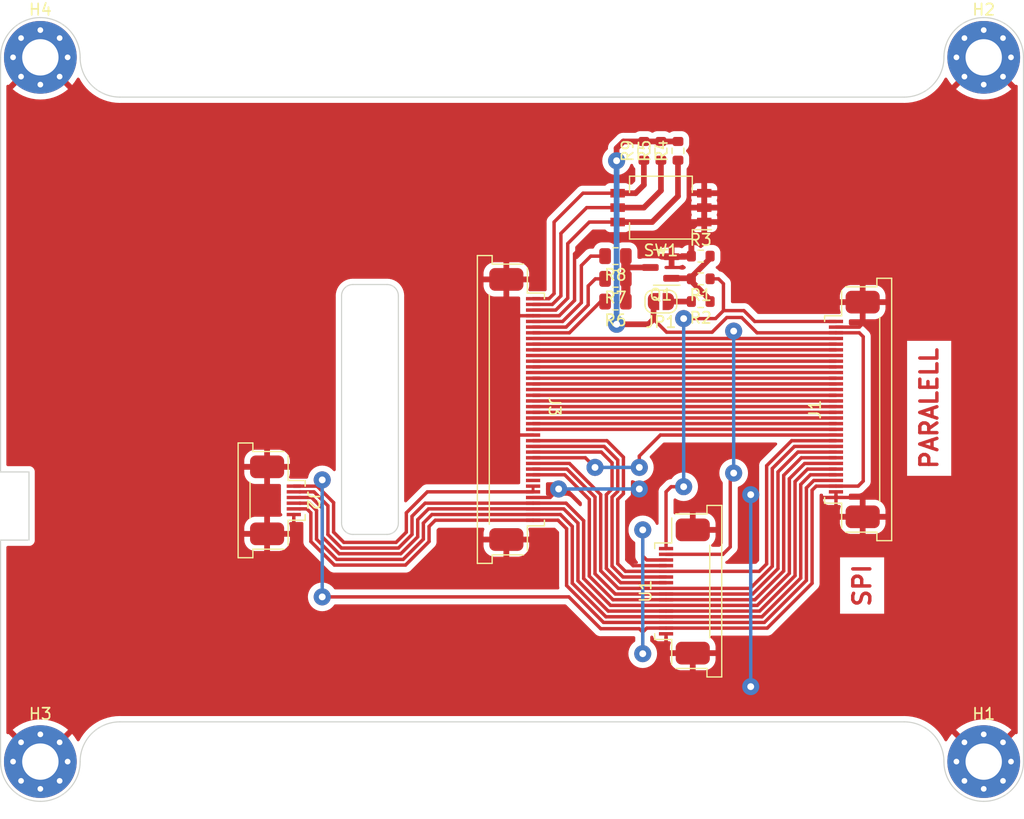
<source format=kicad_pcb>
(kicad_pcb (version 20211014) (generator pcbnew)
  (layers (0 "F.Cu" signal) (31 "B.Cu" signal) (34 "B.Paste" user) (35 "F.Paste" user) (36 "B.SilkS" user "B.Silkscreen") (37 "F.SilkS" user "F.Silkscreen") (38 "B.Mask" user) (39 "F.Mask" user) (44 "Edge.Cuts" user))
  (net 0 "")
  (net 1 "GND")
  (net 2 "+3.3V")
  (net 3 "SCL")
  (net 4 "SDA")
  (net 5 "INT")
  (net 6 "RST")
  (net 7 "CS{slash}SPI_CS")
  (net 8 "RS{slash}SPI_SCK")
  (net 9 "WR{slash}SPI_DC")
  (net 10 "RD")
  (net 11 "RESET")
  (net 12 "DB0")
  (net 13 "DB1")
  (net 14 "DB2")
  (net 15 "DB3")
  (net 16 "LED_A")
  (net 17 "LED_K")
  (net 19 "SPI_SDI")
  (net 20 "SPI_SDO")
  (net 21 "Net-(J3-Pad34)")
  (net 22 "Net-(J3-Pad35)")
  (net 23 "Net-(J3-Pad36)")
  (net 24 "Net-(J3-Pad38)")
  (net 25 "Net-(J3-Pad39)")
  (net 26 "Net-(J3-Pad40)")
  (net 27 "Net-(JP1-Pad1)")
  (net 28 "Net-(Q1-Pad1)")
  (net 29 "COM_K")
  (net 30 "DB15")
  (net 31 "DB14")
  (net 32 "DB13")
  (net 33 "DB12")
  (net 34 "DB11")
  (net 35 "DB10")
  (net 36 "DB9")
  (net 37 "DB8")
  (net 38 "DB7")
  (net 39 "DB6")
  (net 40 "DB5")
  (net 41 "DB4")
  (footprint "MountingHole:MountingHole_3.2mm_M3_Pad_Via" (layer "F.Cu") (at 106 66.5)
    (fp_text reference "H4")
    (fp_text value "HOLE1")
  )
  (footprint "FPC_Connector:FPC_32p" (layer "F.Cu") (at 178.3 97.5 90)
    (fp_text reference "J1")
    (fp_text value "FPC_32p")
  )
  (footprint "FPC_Connector:FPC_6p" (layer "F.Cu") (at 126 105.5 -90)
    (fp_text reference "J2")
    (fp_text value "FT6236_Connector_6p")
  )
  (footprint "Resistor_SMD:R_0603_1608Metric" (layer "F.Cu") (at 162.1 74.73 90)
    (fp_text reference "R4")
    (fp_text value "4k7")
  )
  (footprint "Resistor_SMD:R_0603_1608Metric" (layer "F.Cu") (at 164.1 86 180)
    (fp_text reference "R1")
    (fp_text value "470")
  )
  (footprint "Resistor_SMD:R_0603_1608Metric" (layer "F.Cu") (at 160.6 74.73 90)
    (fp_text reference "R5")
    (fp_text value "4k7")
  )
  (footprint "Jumper:SolderJumper-2_P1.3mm_Open_RoundedPad1.0x1.5mm" (layer "F.Cu") (at 160.6 88 180)
    (fp_text reference "JP1")
    (fp_text value "ALWAY ON LED")
  )
  (footprint "MountingHole:MountingHole_3.2mm_M3_Pad_Via" (layer "F.Cu") (at 189 128.5)
    (fp_text reference "H1")
    (fp_text value "HOLE1")
  )
  (footprint "Resistor_SMD:R_0603_1608Metric" (layer "F.Cu") (at 159.1 74.73 90)
    (fp_text reference "R9")
    (fp_text value "4k7")
  )
  (footprint "Resistor_SMD:R_0805_2012Metric" (layer "F.Cu") (at 156.6 86 180)
    (fp_text reference "R7")
    (fp_text value "10")
  )
  (footprint "FPC_Connector:FPC_16p" (layer "F.Cu") (at 163.4 113.5 90)
    (fp_text reference "U1")
    (fp_text value "FPC_16p")
  )
  (footprint "Resistor_SMD:R_0805_2012Metric" (layer "F.Cu") (at 156.6 84 180)
    (fp_text reference "R8")
    (fp_text value "10")
  )
  (footprint "FPC_Connector:FPC_40p" (layer "F.Cu") (at 147 97.5 -90)
    (fp_text reference "J3")
    (fp_text value "TFT_LCD_Connector_40p")
  )
  (footprint "MountingHole:MountingHole_3.2mm_M3_Pad_Via" (layer "F.Cu") (at 189 66.5)
    (fp_text reference "H2")
    (fp_text value "HOLE1")
  )
  (footprint "MountingHole:MountingHole_3.2mm_M3_Pad_Via" (layer "F.Cu") (at 106 128.5)
    (fp_text reference "H3")
    (fp_text value "HOLE1")
  )
  (footprint "Resistor_SMD:R_0603_1608Metric" (layer "F.Cu") (at 164.1 88 180)
    (fp_text reference "R2")
    (fp_text value "1k")
  )
  (footprint "Package_TO_SOT_SMD:SOT-23" (layer "F.Cu") (at 160.6 85 180)
    (fp_text reference "Q1")
    (fp_text value "AO3400A")
  )
  (footprint "Resistor_SMD:R_0603_1608Metric" (layer "F.Cu") (at 164.1 84)
    (fp_text reference "R3")
    (fp_text value "10k")
  )
  (footprint "Resistor_SMD:R_0805_2012Metric" (layer "F.Cu") (at 156.6 88 180)
    (fp_text reference "R6")
    (fp_text value "10")
  )
  (footprint "Button_Switch_SMD:SW_DIP_SPSTx03_Slide_KingTek_DSHP03TS_W7.62mm_P1.27mm" (layer "F.Cu") (at 160.6 79.73 180)
    (fp_text reference "SW1")
    (fp_text value "INTERFACE SELECT")
  )
  (gr_arc locked (start 132.5 87.5) (mid 132.792893 86.792893) (end 133.5 86.5) (layer "Edge.Cuts") (width 0.1))
  (gr_arc locked (start 109.5 128.5) (mid 110.525126 126.025126) (end 113 125) (layer "Edge.Cuts") (width 0.1))
  (gr_arc locked (start 189 132) (mid 186.525126 130.974874) (end 185.5 128.5) (layer "Edge.Cuts") (width 0.1))
  (gr_arc locked (start 102.5 66.5) (mid 103.525126 64.025126) (end 106 63) (layer "Edge.Cuts") (width 0.1))
  (gr_arc locked (start 182 125) (mid 184.474874 126.025126) (end 185.5 128.5) (layer "Edge.Cuts") (width 0.1))
  (gr_line locked (start 133.5 86.5) (end 136.5 86.5) (layer "Edge.Cuts") (width 0.1))
  (gr_line (start 105 109) (end 105 103) (layer "Edge.Cuts") (width 0.1))
  (gr_line locked (start 182 70) (end 113 70) (layer "Edge.Cuts") (width 0.1))
  (gr_arc locked (start 185.5 66.5) (mid 186.525126 64.025126) (end 189 63) (layer "Edge.Cuts") (width 0.1))
  (gr_arc locked (start 136.5 86.5) (mid 137.207107 86.792893) (end 137.5 87.5) (layer "Edge.Cuts") (width 0.1))
  (gr_arc locked (start 109.5 128.5) (mid 108.474874 130.974874) (end 106 132) (layer "Edge.Cuts") (width 0.1))
  (gr_arc locked (start 137.5 107.5) (mid 137.207107 108.207107) (end 136.5 108.5) (layer "Edge.Cuts") (width 0.1))
  (gr_arc locked (start 185.5 66.5) (mid 184.474874 68.974874) (end 182 70) (layer "Edge.Cuts") (width 0.1))
  (gr_line (start 102.5 103) (end 102.5 66.5) (layer "Edge.Cuts") (width 0.1))
  (gr_line (start 102.5 128.5) (end 102.5 109) (layer "Edge.Cuts") (width 0.1))
  (gr_arc locked (start 189 63) (mid 191.474874 64.025126) (end 192.5 66.5) (layer "Edge.Cuts") (width 0.1))
  (gr_line locked (start 192.5 128.5) (end 192.5 66.5) (layer "Edge.Cuts") (width 0.1))
  (gr_line locked (start 136.5 108.5) (end 133.5 108.5) (layer "Edge.Cuts") (width 0.1))
  (gr_arc locked (start 113 70) (mid 110.525126 68.974874) (end 109.5 66.5) (layer "Edge.Cuts") (width 0.1))
  (gr_arc locked (start 133.5 108.5) (mid 132.792893 108.207107) (end 132.5 107.5) (layer "Edge.Cuts") (width 0.1))
  (gr_arc locked (start 106 132) (mid 103.525126 130.974874) (end 102.5 128.5) (layer "Edge.Cuts") (width 0.1))
  (gr_line locked (start 182 125) (end 113 125) (layer "Edge.Cuts") (width 0.1))
  (gr_line (start 105 109) (end 102.5 109) (layer "Edge.Cuts") (width 0.1))
  (gr_line locked (start 132.5 107.5) (end 132.5 87.5) (layer "Edge.Cuts") (width 0.1))
  (gr_arc locked (start 192.5 128.5) (mid 191.474874 130.974874) (end 189 132) (layer "Edge.Cuts") (width 0.1))
  (gr_arc locked (start 106 63) (mid 108.474874 64.025126) (end 109.5 66.5) (layer "Edge.Cuts") (width 0.1))
  (gr_line (start 105 103) (end 102.5 103) (layer "Edge.Cuts") (width 0.1))
  (gr_line locked (start 137.5 87.5) (end 137.5 107.5) (layer "Edge.Cuts") (width 0.1))
  (gr_text "PARALELL" (at 184.2 97.4 90) (layer "F.Cu") (effects (font (size 1.5 1.5) (thickness 0.3))))
  (gr_text "SPI" (at 178.3 113 90) (layer "F.Cu") (effects (font (size 1.5 1.5) (thickness 0.3))))
  (segment (start 128.3 108.2) (end 128.05 108.45) (width 0.3) (layer "F.Cu") (net 1))
  (segment (start 163.275 84) (end 163.275 81.555) (width 0.5) (layer "F.Cu") (net 1))
  (segment (start 157.6 110.7) (end 158.15 111.25) (width 0.3) (layer "F.Cu") (net 1))
  (segment (start 164.41 79.73) (end 164.41 81) (width 0.5) (layer "F.Cu") (net 1))
  (segment (start 150.85 105.25) (end 151.6 104.5) (width 0.3) (layer "F.Cu") (net 1))
  (segment (start 149.35 89.25) (end 147.85 89.25) (width 0.3) (layer "F.Cu") (net 1))
  (segment (start 153 87.9) (end 153 83.8) (width 0.3) (layer "F.Cu") (net 1))
  (segment (start 161.05 118.75) (end 161.25 118.95) (width 0.3) (layer "F.Cu") (net 1))
  (segment (start 149.35 105.25) (end 150.85 105.25) (width 0.3) (layer "F.Cu") (net 1))
  (segment (start 163.275 81.555) (end 163.83 81) (width 0.5) (layer "F.Cu") (net 1))
  (segment (start 147.2 89.9) (end 147.2 99.3) (width 0.3) (layer "F.Cu") (net 1))
  (segment (start 128.05 108.45) (end 125.95 108.45) (width 0.3) (layer "F.Cu") (net 1))
  (segment (start 163.225 84.05) (end 163.275 84) (width 0.5) (layer "F.Cu") (net 1))
  (segment (start 178.05 90.25) (end 178.4 89.9) (width 0.3) (layer "F.Cu") (net 1))
  (segment (start 161.25 118.95) (end 163.4 118.95) (width 0.3) (layer "F.Cu") (net 1))
  (segment (start 153 83.8) (end 154.57 82.23) (width 0.3) (layer "F.Cu") (net 1))
  (segment (start 147.65 99.75) (end 149.35 99.75) (width 0.3) (layer "F.Cu") (net 1))
  (segment (start 161.5375 84.05) (end 163.225 84.05) (width 0.5) (layer "F.Cu") (net 1))
  (segment (start 178.4 89.9) (end 178.4 88.1) (width 0.3) (layer "F.Cu") (net 1))
  (segment (start 149.35 89.25) (end 151.65 89.25) (width 0.3) (layer "F.Cu") (net 1))
  (segment (start 158.7 104.5) (end 157.6 105.6) (width 0.3) (layer "F.Cu") (net 1))
  (segment (start 154.57 82.23) (end 160.7 82.23) (width 0.3) (layer "F.Cu") (net 1))
  (segment (start 158.15 111.25) (end 161.05 111.25) (width 0.3) (layer "F.Cu") (net 1))
  (segment (start 163.83 81) (end 164.41 81) (width 0.5) (layer "F.Cu") (net 1))
  (segment (start 161.05 117.25) (end 161.05 118.75) (width 0.3) (layer "F.Cu") (net 1))
  (segment (start 160.7 82.23) (end 161.5375 83.0675) (width 0.3) (layer "F.Cu") (net 1))
  (segment (start 178.4 88.1) (end 178.35 88.05) (width 0.3) (layer "F.Cu") (net 1))
  (segment (start 164.41 78.46) (end 164.41 79.73) (width 0.5) (layer "F.Cu") (net 1))
  (segment (start 161.5375 83.0675) (end 161.5375 84.05) (width 0.3) (layer "F.Cu") (net 1))
  (segment (start 147.85 89.25) (end 147.2 89.9) (width 0.3) (layer "F.Cu") (net 1))
  (segment (start 157.6 105.6) (end 157.6 110.7) (width 0.3) (layer "F.Cu") (net 1))
  (segment (start 128.3 106.75) (end 128.3 108.2) (width 0.3) (layer "F.Cu") (net 1))
  (segment (start 176 104.75) (end 176 105.25) (width 0.3) (layer "F.Cu") (net 1))
  (segment (start 176 90.25) (end 178.05 90.25) (width 0.3) (layer "F.Cu") (net 1))
  (segment (start 147.2 99.3) (end 147.65 99.75) (width 0.3) (layer "F.Cu") (net 1))
  (segment (start 151.65 89.25) (end 153 87.9) (width 0.3) (layer "F.Cu") (net 1))
  (via (at 158.7 104.5) (size 1.5) (drill 0.6) (layers "F.Cu" "B.Cu") (net 1))
  (via (at 151.6 104.5) (size 1.5) (drill 0.6) (layers "F.Cu" "B.Cu") (net 1))
  (via (at 168.5 121.9) (size 1.5) (drill 0.6) (layers "F.Cu" "B.Cu") (net 1))
  (via (at 168.5 105) (size 1.5) (drill 0.6) (layers "F.Cu" "B.Cu") (net 1))
  (segment (start 168.5 121.9) (end 168.5 105) (width 0.3) (layer "B.Cu") (net 1))
  (segment (start 151.6 104.5) (end 158.7 104.5) (width 0.3) (layer "B.Cu") (net 1))
  (segment (start 131.8 108.3) (end 132.7 109.2) (width 0.3) (layer "F.Cu") (net 2))
  (segment (start 159.1 73.905) (end 160.6 73.905) (width 0.5) (layer "F.Cu") (net 2))
  (segment (start 159 110.4) (end 159.35 110.75) (width 0.3) (layer "F.Cu") (net 2))
  (segment (start 130.35 104.15) (end 130.8 103.7) (width 0.3) (layer "F.Cu") (net 2))
  (segment (start 177.95 104.25) (end 178.4 103.8) (width 0.3) (layer "F.Cu") (net 2))
  (segment (start 178.4 91.1) (end 178.05 90.75) (width 0.3) (layer "F.Cu") (net 2))
  (segment (start 130.8 114) (end 152.5 114) (width 0.3) (layer "F.Cu") (net 2))
  (segment (start 128.3 104.25) (end 130.35 104.25) (width 0.3) (layer "F.Cu") (net 2))
  (segment (start 178.05 90.75) (end 176 90.75) (width 0.3) (layer "F.Cu") (net 2))
  (segment (start 176 90.75) (end 169.05 90.75) (width 0.3) (layer "F.Cu") (net 2))
  (segment (start 132.7 109.2) (end 137.3 109.2) (width 0.3) (layer "F.Cu") (net 2))
  (segment (start 159 119) (end 159 117.1) (width 0.3) (layer "F.Cu") (net 2))
  (segment (start 159.1 73.905) (end 157.295 73.905) (width 0.5) (layer "F.Cu") (net 2))
  (segment (start 173.9 112.8) (end 169.95 116.75) (width 0.3) (layer "F.Cu") (net 2))
  (segment (start 155.3 116.8) (end 158.7 116.8) (width 0.3) (layer "F.Cu") (net 2))
  (segment (start 176 104.25) (end 177.95 104.25) (width 0.3) (layer "F.Cu") (net 2))
  (segment (start 156.7 74.5) (end 156.7 75.6) (width 0.5) (layer "F.Cu") (net 2))
  (segment (start 173.9 104.607106) (end 173.9 112.8) (width 0.3) (layer "F.Cu") (net 2))
  (segment (start 160.6 73.905) (end 162.1 73.905) (width 0.5) (layer "F.Cu") (net 2))
  (segment (start 159.35 110.75) (end 161.05 110.75) (width 0.3) (layer "F.Cu") (net 2))
  (segment (start 156.8 74.4) (end 156.7 74.5) (width 0.5) (layer "F.Cu") (net 2))
  (segment (start 167.7 89.4) (end 166.4 89.4) (width 0.3) (layer "F.Cu") (net 2))
  (segment (start 159.95 88) (end 159.95 89.55) (width 0.5) (layer "F.Cu") (net 2))
  (segment (start 159 108.1) (end 159 110.4) (width 0.3) (layer "F.Cu") (net 2))
  (segment (start 149.35 104.75) (end 149.35 104.25) (width 0.25) (layer "F.Cu") (net 2))
  (segment (start 152.5 114) (end 155.3 116.8) (width 0.3) (layer "F.Cu") (net 2))
  (segment (start 169.95 116.75) (end 161.05 116.75) (width 0.3) (layer "F.Cu") (net 2))
  (segment (start 166.4 89.4) (end 165.1 90.7) (width 0.3) (layer "F.Cu") (net 2))
  (segment (start 159.35 116.75) (end 161.05 116.75) (width 0.3) (layer "F.Cu") (net 2))
  (segment (start 159 117.1) (end 159.35 116.75) (width 0.3) (layer "F.Cu") (net 2))
  (segment (start 131.8 105.7) (end 131.8 108.3) (width 0.3) (layer "F.Cu") (net 2))
  (segment (start 174.257106 104.25) (end 173.9 104.607106) (width 0.3) (layer "F.Cu") (net 2))
  (segment (start 176 104.25) (end 174.257106 104.25) (width 0.3) (layer "F.Cu") (net 2))
  (segment (start 156.7 90) (end 159.5 90) (width 0.5) (layer "F.Cu") (net 2))
  (segment (start 138.2 106.6) (end 140.05 104.75) (width 0.3) (layer "F.Cu") (net 2))
  (segment (start 158.7 116.8) (end 159 117.1) (width 0.3) (layer "F.Cu") (net 2))
  (segment (start 137.3 109.2) (end 138.2 108.3) (width 0.3) (layer "F.Cu") (net 2))
  (segment (start 165.1 90.7) (end 161.1 90.7) (width 0.3) (layer "F.Cu") (net 2))
  (segment (start 130.35 104.25) (end 131.8 105.7) (width 0.3) (layer "F.Cu") (net 2))
  (segment (start 157.295 73.905) (end 156.8 74.4) (width 0.5) (layer "F.Cu") (net 2))
  (segment (start 130.35 104.25) (end 130.35 104.15) (width 0.3) (layer "F.Cu") (net 2))
  (segment (start 169.05 90.75) (end 167.7 89.4) (width 0.3) (layer "F.Cu") (net 2))
  (segment (start 140.05 104.75) (end 149.35 104.75) (width 0.3) (layer "F.Cu") (net 2))
  (segment (start 138.2 108.3) (end 138.2 106.6) (width 0.3) (layer "F.Cu") (net 2))
  (segment (start 159.5 90) (end 159.95 89.55) (width 0.5) (layer "F.Cu") (net 2))
  (segment (start 178.4 103.8) (end 178.4 91.1) (width 0.3) (layer "F.Cu") (net 2))
  (segment (start 161.1 90.7) (end 159.95 89.55) (width 0.3) (layer "F.Cu") (net 2))
  (via (at 159 108.1) (size 1.5) (drill 0.6) (layers "F.Cu" "B.Cu") (net 2))
  (via (at 130.8 103.7) (size 1.5) (drill 0.6) (layers "F.Cu" "B.Cu") (net 2))
  (via (at 156.7 90) (size 1.5) (drill 0.6) (layers "F.Cu" "B.Cu") (net 2))
  (via (at 159 119) (size 1.5) (drill 0.6) (layers "F.Cu" "B.Cu") (net 2))
  (via (at 130.8 114) (size 1.5) (drill 0.6) (layers "F.Cu" "B.Cu") (net 2))
  (via (at 156.7 75.6) (size 1.5) (drill 0.6) (layers "F.Cu" "B.Cu") (net 2))
  (segment (start 156.7 75.6) (end 156.7 90) (width 0.5) (layer "B.Cu") (net 2))
  (segment (start 130.8 103.7) (end 130.8 114) (width 0.3) (layer "B.Cu") (net 2))
  (segment (start 159 119) (end 159 108.1) (width 0.3) (layer "B.Cu") (net 2))
  (segment (start 173.496447 102.75) (end 172.4 103.846447) (width 0.3) (layer "F.Cu") (net 3))
  (segment (start 172.4 112.13553) (end 169.28553 115.25) (width 0.3) (layer "F.Cu") (net 3))
  (segment (start 140.15 106.25) (end 139.2 107.2) (width 0.3) (layer "F.Cu") (net 3))
  (segment (start 169.28553 115.25) (end 161.05 115.25) (width 0.3) (layer "F.Cu") (net 3))
  (segment (start 132.285788 110.2) (end 130.8 108.714212) (width 0.3) (layer "F.Cu") (net 3))
  (segment (start 130.8 106.185788) (end 129.864212 105.25) (width 0.3) (layer "F.Cu") (net 3))
  (segment (start 139.2 108.714212) (end 137.714212 110.2) (width 0.3) (layer "F.Cu") (net 3))
  (segment (start 176 102.75) (end 173.496447 102.75) (width 0.3) (layer "F.Cu") (net 3))
  (segment (start 139.2 107.2) (end 139.2 108.714212) (width 0.3) (layer "F.Cu") (net 3))
  (segment (start 129.864212 105.25) (end 128.8 105.25) (width 0.3) (layer "F.Cu") (net 3))
  (segment (start 161.05 115.25) (end 155.964212 115.25) (width 0.3) (layer "F.Cu") (net 3))
  (segment (start 155.964212 115.25) (end 153.3 112.585788) (width 0.3) (layer "F.Cu") (net 3))
  (segment (start 153.3 112.585788) (end 153.3 107.5) (width 0.3) (layer "F.Cu") (net 3))
  (segment (start 172.4 103.846447) (end 172.4 112.13553) (width 0.3) (layer "F.Cu") (net 3))
  (segment (start 137.714212 110.2) (end 132.285788 110.2) (width 0.3) (layer "F.Cu") (net 3))
  (segment (start 130.8 108.714212) (end 130.8 106.185788) (width 0.3) (layer "F.Cu") (net 3))
  (segment (start 152.05 106.25) (end 149.35 106.25) (width 0.3) (layer "F.Cu") (net 3))
  (segment (start 153.3 107.5) (end 152.05 106.25) (width 0.3) (layer "F.Cu") (net 3))
  (segment (start 149.35 106.25) (end 140.15 106.25) (width 0.3) (layer "F.Cu") (net 3))
  (segment (start 137.507106 109.7) (end 138.7 108.507106) (width 0.3) (layer "F.Cu") (net 4))
  (segment (start 171.9 103.6) (end 171.9 111.928424) (width 0.3) (layer "F.Cu") (net 4))
  (segment (start 169.078424 114.75) (end 161.05 114.75) (width 0.3) (layer "F.Cu") (net 4))
  (segment (start 131.3 105.978682) (end 131.3 108.507106) (width 0.3) (layer "F.Cu") (net 4))
  (segment (start 153.8 107.292894) (end 153.8 112.378682) (width 0.3) (layer "F.Cu") (net 4))
  (segment (start 138.7 106.9) (end 139.85 105.75) (width 0.3) (layer "F.Cu") (net 4))
  (segment (start 173.25 102.25) (end 171.9 103.6) (width 0.3) (layer "F.Cu") (net 4))
  (segment (start 128.8 104.75) (end 130.071318 104.75) (width 0.3) (layer "F.Cu") (net 4))
  (segment (start 171.9 111.928424) (end 169.078424 114.75) (width 0.3) (layer "F.Cu") (net 4))
  (segment (start 152.257106 105.75) (end 153.8 107.292894) (width 0.3) (layer "F.Cu") (net 4))
  (segment (start 132.492894 109.7) (end 137.507106 109.7) (width 0.3) (layer "F.Cu") (net 4))
  (segment (start 139.85 105.75) (end 149.35 105.75) (width 0.3) (layer "F.Cu") (net 4))
  (segment (start 130.071318 104.75) (end 131.3 105.978682) (width 0.3) (layer "F.Cu") (net 4))
  (segment (start 156.171318 114.75) (end 161.05 114.75) (width 0.3) (layer "F.Cu") (net 4))
  (segment (start 153.8 112.378682) (end 156.171318 114.75) (width 0.3) (layer "F.Cu") (net 4))
  (segment (start 138.7 108.507106) (end 138.7 106.9) (width 0.3) (layer "F.Cu") (net 4))
  (segment (start 131.3 108.507106) (end 132.492894 109.7) (width 0.3) (layer "F.Cu") (net 4))
  (segment (start 176 102.25) (end 173.25 102.25) (width 0.3) (layer "F.Cu") (net 4))
  (segment (start 149.35 105.75) (end 152.257106 105.75) (width 0.3) (layer "F.Cu") (net 4))
  (segment (start 155.757106 115.75) (end 161.05 115.75) (width 0.3) (layer "F.Cu") (net 5))
  (segment (start 128.8 105.75) (end 129.657106 105.75) (width 0.3) (layer "F.Cu") (net 5))
  (segment (start 152.8 107.792894) (end 152.8 112.792894) (width 0.3) (layer "F.Cu") (net 5))
  (segment (start 139.7 107.5) (end 140.45 106.75) (width 0.3) (layer "F.Cu") (net 5))
  (segment (start 140.45 106.75) (end 149.35 106.75) (width 0.3) (layer "F.Cu") (net 5))
  (segment (start 172.9 112.342636) (end 169.492636 115.75) (width 0.3) (layer "F.Cu") (net 5))
  (segment (start 173.75 103.25) (end 172.9 104.1) (width 0.3) (layer "F.Cu") (net 5))
  (segment (start 129.657106 105.75) (end 130.3 106.392894) (width 0.3) (layer "F.Cu") (net 5))
  (segment (start 149.35 106.75) (end 151.757106 106.75) (width 0.3) (layer "F.Cu") (net 5))
  (segment (start 151.757106 106.75) (end 152.8 107.792894) (width 0.3) (layer "F.Cu") (net 5))
  (segment (start 176 103.25) (end 173.75 103.25) (width 0.3) (layer "F.Cu") (net 5))
  (segment (start 130.3 106.392894) (end 130.3 108.921318) (width 0.3) (layer "F.Cu") (net 5))
  (segment (start 172.9 104.1) (end 172.9 112.342636) (width 0.3) (layer "F.Cu") (net 5))
  (segment (start 132.078682 110.7) (end 137.921319 110.7) (width 0.3) (layer "F.Cu") (net 5))
  (segment (start 130.3 108.921318) (end 132.078682 110.7) (width 0.3) (layer "F.Cu") (net 5))
  (segment (start 152.8 112.792894) (end 155.757106 115.75) (width 0.3) (layer "F.Cu") (net 5))
  (segment (start 137.921319 110.7) (end 139.7 108.921318) (width 0.3) (layer "F.Cu") (net 5))
  (segment (start 169.492636 115.75) (end 161.05 115.75) (width 0.3) (layer "F.Cu") (net 5))
  (segment (start 139.7 108.921318) (end 139.7 107.5) (width 0.3) (layer "F.Cu") (net 5))
  (segment (start 131.871576 111.2) (end 138.128425 111.2) (width 0.3) (layer "F.Cu") (net 6))
  (segment (start 173.4 112.549742) (end 169.699742 116.25) (width 0.3) (layer "F.Cu") (net 6))
  (segment (start 152.3 108) (end 151.55 107.25) (width 0.3) (layer "F.Cu") (net 6))
  (segment (start 173.4 104.4) (end 173.4 112.549742) (width 0.3) (layer "F.Cu") (net 6))
  (segment (start 169.699742 116.25) (end 161.05 116.25) (width 0.3) (layer "F.Cu") (net 6))
  (segment (start 174.05 103.75) (end 173.4 104.4) (width 0.3) (layer "F.Cu") (net 6))
  (segment (start 140.75 107.25) (end 149.35 107.25) (width 0.3) (layer "F.Cu") (net 6))
  (segment (start 151.55 107.25) (end 149.35 107.25) (width 0.3) (layer "F.Cu") (net 6))
  (segment (start 129.8 109.128424) (end 131.871576 111.2) (width 0.3) (layer "F.Cu") (net 6))
  (segment (start 152.3 113) (end 152.3 108) (width 0.3) (layer "F.Cu") (net 6))
  (segment (start 140.2 109.128424) (end 140.2 107.8) (width 0.3) (layer "F.Cu") (net 6))
  (segment (start 155.55 116.25) (end 152.3 113) (width 0.3) (layer "F.Cu") (net 6))
  (segment (start 129.8 106.6) (end 129.8 109.128424) (width 0.3) (layer "F.Cu") (net 6))
  (segment (start 161.05 116.25) (end 155.55 116.25) (width 0.3) (layer "F.Cu") (net 6))
  (segment (start 129.45 106.25) (end 129.8 106.6) (width 0.3) (layer "F.Cu") (net 6))
  (segment (start 140.2 107.8) (end 140.75 107.25) (width 0.3) (layer "F.Cu") (net 6))
  (segment (start 128.8 106.25) (end 129.45 106.25) (width 0.3) (layer "F.Cu") (net 6))
  (segment (start 138.128425 111.2) (end 140.2 109.128424) (width 0.3) (layer "F.Cu") (net 6))
  (segment (start 176 103.75) (end 174.05 103.75) (width 0.3) (layer "F.Cu") (net 6))
  (segment (start 152.135788 103.25) (end 154.3 105.414212) (width 0.3) (layer "F.Cu") (net 7))
  (segment (start 171.4 111.721318) (end 168.871318 114.25) (width 0.3) (layer "F.Cu") (net 7))
  (segment (start 168.871318 114.25) (end 161.05 114.25) (width 0.3) (layer "F.Cu") (net 7))
  (segment (start 154.3 105.414212) (end 154.3 112.171576) (width 0.3) (layer "F.Cu") (net 7))
  (segment (start 149.35 103.25) (end 152.135788 103.25) (width 0.3) (layer "F.Cu") (net 7))
  (segment (start 154.3 112.171576) (end 156.378424 114.25) (width 0.3) (layer "F.Cu") (net 7))
  (segment (start 176 101.75) (end 172.95 101.75) (width 0.3) (layer "F.Cu") (net 7))
  (segment (start 172.95 101.75) (end 171.4 103.3) (width 0.3) (layer "F.Cu") (net 7))
  (segment (start 156.378424 114.25) (end 161.05 114.25) (width 0.3) (layer "F.Cu") (net 7))
  (segment (start 171.4 103.3) (end 171.4 111.721318) (width 0.3) (layer "F.Cu") (net 7))
  (segment (start 170.9 103) (end 170.9 111.514212) (width 0.3) (layer "F.Cu") (net 8))
  (segment (start 154.8 111.96447) (end 156.58553 113.75) (width 0.3) (layer "F.Cu") (net 8))
  (segment (start 152.342894 102.75) (end 154.8 105.207106) (width 0.3) (layer "F.Cu") (net 8))
  (segment (start 170.9 111.514212) (end 168.664212 113.75) (width 0.3) (layer "F.Cu") (net 8))
  (segment (start 172.65 101.25) (end 170.9 103) (width 0.3) (layer "F.Cu") (net 8))
  (segment (start 176 101.25) (end 172.65 101.25) (width 0.3) (layer "F.Cu") (net 8))
  (segment (start 156.58553 113.75) (end 161.05 113.75) (width 0.3) (layer "F.Cu") (net 8))
  (segment (start 168.664212 113.75) (end 161.05 113.75) (width 0.3) (layer "F.Cu") (net 8))
  (segment (start 149.35 102.75) (end 152.342894 102.75) (width 0.3) (layer "F.Cu") (net 8))
  (segment (start 154.8 105.207106) (end 154.8 111.96447) (width 0.3) (layer "F.Cu") (net 8))
  (segment (start 156.85 113.25) (end 161.05 113.25) (width 0.3) (layer "F.Cu") (net 9))
  (segment (start 155.3 111.7) (end 156.85 113.25) (width 0.3) (layer "F.Cu") (net 9))
  (segment (start 168.457106 113.25) (end 161.05 113.25) (width 0.3) (layer "F.Cu") (net 9))
  (segment (start 152.55 102.25) (end 155.3 105) (width 0.3) (layer "F.Cu") (net 9))
  (segment (start 170.4 111.307106) (end 168.457106 113.25) (width 0.3) (layer "F.Cu") (net 9))
  (segment (start 155.3 105) (end 155.3 111.7) (width 0.3) (layer "F.Cu") (net 9))
  (segment (start 176 100.75) (end 172.35 100.75) (width 0.3) (layer "F.Cu") (net 9))
  (segment (start 172.35 100.75) (end 170.4 102.7) (width 0.3) (layer "F.Cu") (net 9))
  (segment (start 149.35 102.25) (end 152.55 102.25) (width 0.3) (layer "F.Cu") (net 9))
  (segment (start 170.4 102.7) (end 170.4 111.307106) (width 0.3) (layer "F.Cu") (net 9))
  (segment (start 154.8 102.6) (end 153.95 101.75) (width 0.3) (layer "F.Cu") (net 10))
  (segment (start 153.95 101.75) (end 149.35 101.75) (width 0.3) (layer "F.Cu") (net 10))
  (segment (start 158.7 102.6) (end 158.7 101.6) (width 0.3) (layer "F.Cu") (net 10))
  (segment (start 160.55 99.75) (end 176 99.75) (width 0.3) (layer "F.Cu") (net 10))
  (segment (start 158.7 101.6) (end 160.55 99.75) (width 0.3) (layer "F.Cu") (net 10))
  (via (at 158.7 102.6) (size 1.5) (drill 0.6) (layers "F.Cu" "B.Cu") (net 10))
  (via (at 154.8 102.6) (size 1.5) (drill 0.6) (layers "F.Cu" "B.Cu") (net 10))
  (segment (start 154.8 102.6) (end 158.7 102.6) (width 0.3) (layer "B.Cu") (net 10))
  (segment (start 169.9 111.1) (end 169.25 111.75) (width 0.3) (layer "F.Cu") (net 11))
  (segment (start 157.3 101.7) (end 157.3 104.914212) (width 0.3) (layer "F.Cu") (net 11))
  (segment (start 172.1 100.25) (end 169.9 102.45) (width 0.3) (layer "F.Cu") (net 11))
  (segment (start 157.471318 111.75) (end 161.05 111.75) (width 0.3) (layer "F.Cu") (net 11))
  (segment (start 157.3 104.914212) (end 156.8 105.414212) (width 0.3) (layer "F.Cu") (net 11))
  (segment (start 176 100.25) (end 172.1 100.25) (width 0.3) (layer "F.Cu") (net 11))
  (segment (start 169.25 111.75) (end 161.05 111.75) (width 0.3) (layer "F.Cu") (net 11))
  (segment (start 155.85 100.25) (end 157.3 101.7) (width 0.3) (layer "F.Cu") (net 11))
  (segment (start 149.35 100.25) (end 155.85 100.25) (width 0.3) (layer "F.Cu") (net 11))
  (segment (start 169.9 102.45) (end 169.9 111.1) (width 0.3) (layer "F.Cu") (net 11))
  (segment (start 156.8 111.078682) (end 157.471318 111.75) (width 0.3) (layer "F.Cu") (net 11))
  (segment (start 156.8 105.414212) (end 156.8 111.078682) (width 0.3) (layer "F.Cu") (net 11))
  (segment (start 149.35 99.25) (end 176 99.25) (width 0.3) (layer "F.Cu") (net 12))
  (segment (start 176 98.75) (end 149.35 98.75) (width 0.3) (layer "F.Cu") (net 13))
  (segment (start 149.35 98.25) (end 176 98.25) (width 0.3) (layer "F.Cu") (net 14))
  (segment (start 176 97.75) (end 149.35 97.75) (width 0.3) (layer "F.Cu") (net 15))
  (segment (start 166.75 91.25) (end 166.75 90.85) (width 0.3) (layer "F.Cu") (net 16))
  (segment (start 166.75 90.85) (end 167 90.6) (width 0.3) (layer "F.Cu") (net 16))
  (segment (start 176 91.25) (end 166.75 91.25) (width 0.3) (layer "F.Cu") (net 16))
  (segment (start 166.05 110.25) (end 161.05 110.25) (width 0.3) (layer "F.Cu") (net 16))
  (segment (start 167 103.1) (end 166.7 103.4) (width 0.3) (layer "F.Cu") (net 16))
  (segment (start 166.7 103.4) (end 166.7 109.6) (width 0.3) (layer "F.Cu") (net 16))
  (segment (start 166.7 109.6) (end 166.05 110.25) (width 0.3) (layer "F.Cu") (net 16))
  (segment (start 166.75 91.25) (end 149.35 91.25) (width 0.3) (layer "F.Cu") (net 16))
  (via (at 167 90.6) (size 1.5) (drill 0.6) (layers "F.Cu" "B.Cu") (net 16))
  (via (at 167 103.1) (size 1.5) (drill 0.6) (layers "F.Cu" "B.Cu") (net 16))
  (segment (start 167 103.1) (end 167 90.6) (width 0.3) (layer "B.Cu") (net 16))
  (segment (start 165.4 89.5) (end 166.1 88.8) (width 0.3) (layer "F.Cu") (net 17))
  (segment (start 167.9 88.8) (end 166.1 88.8) (width 0.3) (layer "F.Cu") (net 17))
  (segment (start 176 89.75) (end 168.85 89.75) (width 0.3) (layer "F.Cu") (net 17))
  (segment (start 161.5 104.3) (end 162.6 104.3) (width 0.3) (layer "F.Cu") (net 17))
  (segment (start 161.05 104.75) (end 161.4 104.4) (width 0.3) (layer "F.Cu") (net 17))
  (segment (start 165.67 86) (end 164.925 86) (width 0.3) (layer "F.Cu") (net 17))
  (segment (start 161.4 104.4) (end 161.5 104.3) (width 0.3) (layer "F.Cu") (net 17))
  (segment (start 166.1 88.8) (end 166.1 86.43) (width 0.3) (layer "F.Cu") (net 17))
  (segment (start 166.1 86.43) (end 165.67 86) (width 0.3) (layer "F.Cu") (net 17))
  (segment (start 168.85 89.75) (end 167.9 88.8) (width 0.3) (layer "F.Cu") (net 17))
  (segment (start 161.05 109.75) (end 161.05 104.75) (width 0.3) (layer "F.Cu") (net 17))
  (segment (start 162.6 89.5) (end 165.4 89.5) (width 0.3) (layer "F.Cu") (net 17))
  (via (at 162.6 89.5) (size 1.5) (drill 0.6) (layers "F.Cu" "B.Cu") (net 17))
  (via (at 162.6 104.3) (size 1.5) (drill 0.6) (layers "F.Cu" "B.Cu") (net 17))
  (segment (start 162.6 104.3) (end 162.6 89.5) (width 0.3) (layer "B.Cu") (net 17))
  (segment (start 156.3 104.5) (end 155.8 105) (width 0.3) (layer "F.Cu") (net 19))
  (segment (start 155.8 105) (end 155.8 111.492894) (width 0.3) (layer "F.Cu") (net 19))
  (segment (start 149.35 101.25) (end 155.35 101.25) (width 0.3) (layer "F.Cu") (net 19))
  (segment (start 155.35 101.25) (end 156.3 102.2) (width 0.3) (layer "F.Cu") (net 19))
  (segment (start 156.3 102.2) (end 156.3 104.5) (width 0.3) (layer "F.Cu") (net 19))
  (segment (start 157.057106 112.75) (end 161.05 112.75) (width 0.3) (layer "F.Cu") (net 19))
  (segment (start 155.8 111.492894) (end 157.057106 112.75) (width 0.3) (layer "F.Cu") (net 19))
  (segment (start 156.3 105.207106) (end 156.3 111.285788) (width 0.3) (layer "F.Cu") (net 20))
  (segment (start 157.264212 112.25) (end 161.05 112.25) (width 0.3) (layer "F.Cu") (net 20))
  (segment (start 155.6 100.75) (end 156.8 101.95) (width 0.3) (layer "F.Cu") (net 20))
  (segment (start 156.8 104.707106) (end 156.3 105.207106) (width 0.3) (layer "F.Cu") (net 20))
  (segment (start 156.8 101.95) (end 156.8 104.707106) (width 0.3) (layer "F.Cu") (net 20))
  (segment (start 156.3 111.285788) (end 157.264212 112.25) (width 0.3) (layer "F.Cu") (net 20))
  (segment (start 149.35 100.75) (end 155.6 100.75) (width 0.3) (layer "F.Cu") (net 20))
  (segment (start 152.55 90.75) (end 149.35 90.75) (width 0.3) (layer "F.Cu") (net 21))
  (segment (start 155.3 88) (end 152.55 90.75) (width 0.3) (layer "F.Cu") (net 21))
  (segment (start 155.6875 88) (end 155.3 88) (width 0.3) (layer "F.Cu") (net 21))
  (segment (start 152.25 90.25) (end 154.2 88.3) (width 0.3) (layer "F.Cu") (net 22))
  (segment (start 154.83 86) (end 155.6875 86) (width 0.3) (layer "F.Cu") (net 22))
  (segment (start 149.35 90.25) (end 152.25 90.25) (width 0.3) (layer "F.Cu") (net 22))
  (segment (start 154.2 88.3) (end 154.2 86.63) (width 0.3) (layer "F.Cu") (net 22))
  (segment (start 154.2 86.63) (end 154.83 86) (width 0.3) (layer "F.Cu") (net 22))
  (segment (start 153.6 84.83) (end 154.43 84) (width 0.3) (layer "F.Cu") (net 23))
  (segment (start 153.6 88.1) (end 153.6 84.83) (width 0.3) (layer "F.Cu") (net 23))
  (segment (start 154.43 84) (end 155.6875 84) (width 0.3) (layer "F.Cu") (net 23))
  (segment (start 149.35 89.75) (end 151.95 89.75) (width 0.3) (layer "F.Cu") (net 23))
  (segment (start 151.95 89.75) (end 153.6 88.1) (width 0.3) (layer "F.Cu") (net 23))
  (segment (start 159.83 81) (end 156.79 81) (width 0.5) (layer "F.Cu") (net 24))
  (segment (start 152.4 82.9) (end 152.4 87.7) (width 0.3) (layer "F.Cu") (net 24))
  (segment (start 162.1 75.555) (end 162.1 78.73) (width 0.5) (layer "F.Cu") (net 24))
  (segment (start 152.4 87.7) (end 151.35 88.75) (width 0.3) (layer "F.Cu") (net 24))
  (segment (start 154.3 81) (end 152.4 82.9) (width 0.3) (layer "F.Cu") (net 24))
  (segment (start 156.79 81) (end 154.3 81) (width 0.3) (layer "F.Cu") (net 24))
  (segment (start 151.35 88.75) (end 149.35 88.75) (width 0.3) (layer "F.Cu") (net 24))
  (segment (start 162.1 78.73) (end 159.83 81) (width 0.5) (layer "F.Cu") (net 24))
  (segment (start 151.8 87.5) (end 151.05 88.25) (width 0.3) (layer "F.Cu") (net 25))
  (segment (start 160.6 75.555) (end 160.6 78.23) (width 0.5) (layer "F.Cu") (net 25))
  (segment (start 159.1 79.73) (end 156.79 79.73) (width 0.5) (layer "F.Cu") (net 25))
  (segment (start 151.05 88.25) (end 149.35 88.25) (width 0.3) (layer "F.Cu") (net 25))
  (segment (start 154.07 79.73) (end 151.8 82) (width 0.3) (layer "F.Cu") (net 25))
  (segment (start 151.8 82) (end 151.8 87.5) (width 0.3) (layer "F.Cu") (net 25))
  (segment (start 156.79 79.73) (end 154.07 79.73) (width 0.3) (layer "F.Cu") (net 25))
  (segment (start 160.6 78.23) (end 159.1 79.73) (width 0.5) (layer "F.Cu") (net 25))
  (segment (start 159.1 77.73) (end 158.37 78.46) (width 0.5) (layer "F.Cu") (net 26))
  (segment (start 153.74 78.46) (end 151.2 81) (width 0.3) (layer "F.Cu") (net 26))
  (segment (start 159.1 75.555) (end 159.1 77.73) (width 0.5) (layer "F.Cu") (net 26))
  (segment (start 150.75 87.75) (end 149.35 87.75) (width 0.3) (layer "F.Cu") (net 26))
  (segment (start 151.2 81) (end 151.2 87.3) (width 0.3) (layer "F.Cu") (net 26))
  (segment (start 156.79 78.46) (end 153.74 78.46) (width 0.3) (layer "F.Cu") (net 26))
  (segment (start 151.2 87.3) (end 150.75 87.75) (width 0.3) (layer "F.Cu") (net 26))
  (segment (start 158.37 78.46) (end 156.79 78.46) (width 0.5) (layer "F.Cu") (net 26))
  (segment (start 161.25 88) (end 163.275 88) (width 0.5) (layer "F.Cu") (net 27))
  (segment (start 163.225 85.95) (end 163.275 86) (width 0.5) (layer "F.Cu") (net 28))
  (segment (start 163.275 86.205) (end 163.275 86) (width 0.5) (layer "F.Cu") (net 28))
  (segment (start 163.275 85.855) (end 163.275 86) (width 0.5) (layer "F.Cu") (net 28))
  (segment (start 164.925 87.855) (end 163.275 86.205) (width 0.5) (layer "F.Cu") (net 28))
  (segment (start 164.925 88) (end 164.925 87.855) (width 0.5) (layer "F.Cu") (net 28))
  (segment (start 164.925 84) (end 164.925 84.205) (width 0.5) (layer "F.Cu") (net 28))
  (segment (start 164.925 84.205) (end 163.275 85.855) (width 0.5) (layer "F.Cu") (net 28))
  (segment (start 161.5375 85.95) (end 163.225 85.95) (width 0.5) (layer "F.Cu") (net 28))
  (segment (start 157.655 85) (end 157.5125 85.1425) (width 0.5) (layer "F.Cu") (net 29))
  (segment (start 157.5125 85.1425) (end 157.5125 86) (width 0.8) (layer "F.Cu") (net 29))
  (segment (start 157.5125 86) (end 157.5125 88) (width 0.8) (layer "F.Cu") (net 29))
  (segment (start 159.6625 85) (end 157.655 85) (width 0.5) (layer "F.Cu") (net 29))
  (segment (start 157.5125 84) (end 157.5125 85.1425) (width 0.8) (layer "F.Cu") (net 29))
  (segment (start 149.35 91.75) (end 176 91.75) (width 0.3) (layer "F.Cu") (net 30))
  (segment (start 149.35 92.25) (end 176 92.25) (width 0.3) (layer "F.Cu") (net 31))
  (segment (start 149.35 92.75) (end 176 92.75) (width 0.3) (layer "F.Cu") (net 32))
  (segment (start 176 93.25) (end 149.35 93.25) (width 0.3) (layer "F.Cu") (net 33))
  (segment (start 149.35 93.75) (end 176 93.75) (width 0.3) (layer "F.Cu") (net 34))
  (segment (start 176 94.25) (end 149.35 94.25) (width 0.3) (layer "F.Cu") (net 35))
  (segment (start 149.35 94.75) (end 176 94.75) (width 0.3) (layer "F.Cu") (net 36))
  (segment (start 176 95.25) (end 149.35 95.25) (width 0.3) (layer "F.Cu") (net 37))
  (segment (start 176 95.75) (end 149.35 95.75) (width 0.3) (layer "F.Cu") (net 38))
  (segment (start 149.35 96.25) (end 176 96.25) (width 0.3) (layer "F.Cu") (net 39))
  (segment (start 176 96.75) (end 149.35 96.75) (width 0.3) (layer "F.Cu") (net 40))
  (segment (start 149.35 97.25) (end 176 97.25) (width 0.3) (layer "F.Cu") (net 41))
  (zone (net 1) (net_name "GND") (layer "F.Cu") (connect_pads (clearance 0.508)) (min_thickness 0.254) (fill yes (thermal_gap 0.508) (thermal_bridge_width 0.508))
    (polygon (pts (xy 192.5 132) (xy 102.5 132) (xy 102.5 63) (xy 192.5 63)))
  )
)
</source>
